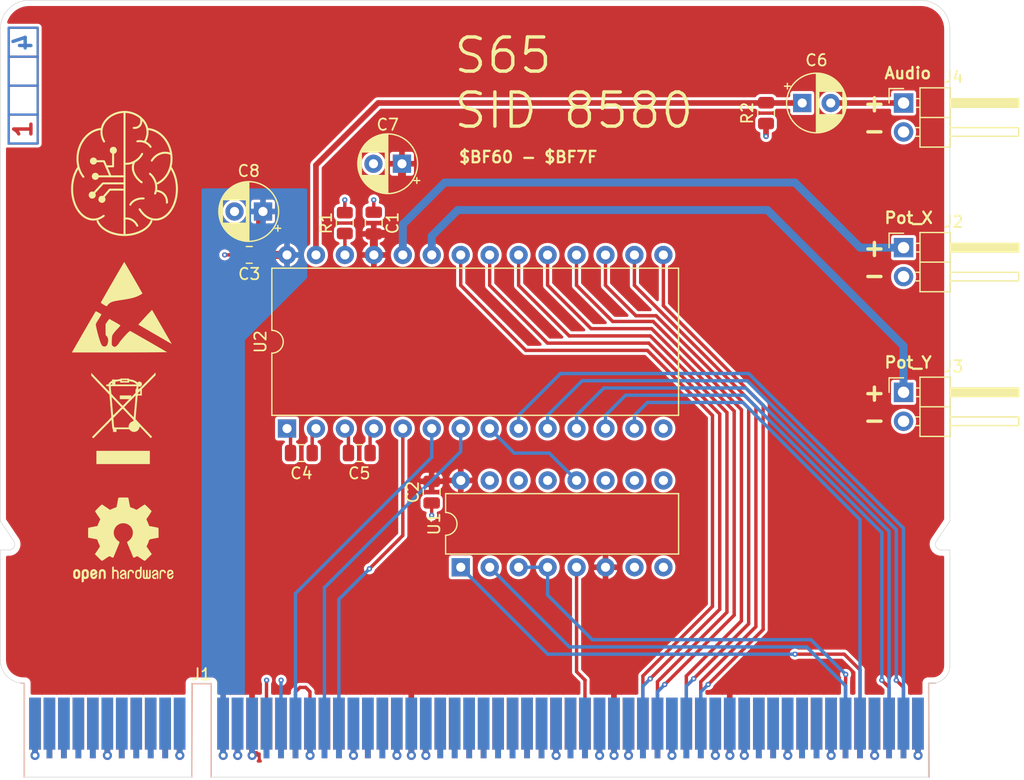
<source format=kicad_pcb>
(kicad_pcb (version 20240108) (generator "pcbnew") (generator_version "8.0")
  (layers (0 "F.Cu" signal) (1 "In1.Cu" power) (2 "In2.Cu" power) (31 "B.Cu" signal) (34 "B.Paste" user) (35 "F.Paste" user) (36 "B.SilkS" user "B.Silkscreen") (37 "F.SilkS" user "F.Silkscreen") (38 "B.Mask" user) (39 "F.Mask" user) (44 "Edge.Cuts" user))
  (net 0 "")
  (net 1 "GND")
  (net 2 "+5V")
  (net 3 "+9V")
  (net 4 "Net-(U2-CAP1A)")
  (net 5 "Net-(U2-CAP1B)")
  (net 6 "Net-(U2-CAP2B)")
  (net 7 "Net-(U2-CAP2A)")
  (net 8 "Net-(J4-Pin_1)")
  (net 9 "Net-(U2-AUDIO_OUT)")
  (net 12 "/D2")
  (net 17 "/D3")
  (net 19 "/A0")
  (net 21 "/A3")
  (net 30 "/A6")
  (net 34 "/A2")
  (net 35 "/D0")
  (net 37 "/A5")
  (net 38 "/CLK")
  (net 45 "/A7")
  (net 52 "/D7")
  (net 53 "/A4")
  (net 55 "/R{slash}~{W}")
  (net 57 "/D4")
  (net 59 "/D6")
  (net 61 "/A1")
  (net 63 "/D1")
  (net 64 "/~{RES}")
  (net 65 "/~{IO}")
  (net 69 "/D5")
  (net 85 "/PORT_96")
  (net 133 "Net-(J2-Pin_1)")
  (net 134 "Net-(J3-Pin_1)")
  (net 135 "Net-(U2-EXT_IN)")
  (footprint "Resistor_SMD:R_0805_2012Metric" (layer "F.Cu") (at 142.367 65.659 90)
    (property "Reference" "R1")
    (property "Value" "1k")
  )
  (footprint "Symbol:ESD-Logo_8.9x8mm_SilkScreen" (layer "F.Cu") (at 122.809 73.025)
    (property "Reference" "REF**" (hide yes))
    (property "Value" "ESD-Logo_8.9x8mm_SilkScreen" (hide yes))
  )
  (footprint "Capacitor_SMD:C_0805_2012Metric" (layer "F.Cu") (at 138.557 85.852)
    (property "Reference" "C4")
    (property "Value" "22n")
  )
  (footprint "Symbol:OSHW-Logo2_9.8x8mm_SilkScreen" (layer "F.Cu") (at 122.936 93.472)
    (property "Reference" "REF**" (hide yes))
    (property "Value" "OSHW-Logo2_9.8x8mm_SilkScreen" (hide yes))
  )
  (footprint "Package_DIP:DIP-28_W15.24mm" (layer "F.Cu") (at 137.297 83.698 90)
    (property "Reference" "U2")
    (property "Value" "8580")
  )
  (footprint "Capacitor_THT:CP_Radial_D5.0mm_P2.50mm" (layer "F.Cu") (at 147.382113 60.452 180)
    (property "Reference" "C7")
    (property "Value" "10µ")
  )
  (footprint "Eigene:logo" (layer "F.Cu") (at 123.063 61.341)
    (property "Reference" "G***" (hide yes))
    (property "Value" "LOGO" (hide yes))
  )
  (footprint "Capacitor_SMD:C_0805_2012Metric" (layer "F.Cu") (at 133.985 68.453 180)
    (property "Reference" "C3")
    (property "Value" "100n")
  )
  (footprint "Capacitor_THT:CP_Radial_D5.0mm_P2.50mm" (layer "F.Cu") (at 182.499 55.118)
    (property "Reference" "C6")
    (property "Value" "10µ")
  )
  (footprint "Capacitor_SMD:C_0805_2012Metric" (layer "F.Cu") (at 149.987 89.281 -90)
    (property "Reference" "C2")
    (property "Value" "100n")
  )
  (footprint "Package_DIP:DIP-16_W7.62mm" (layer "F.Cu") (at 152.542 95.875 90)
    (property "Reference" "U1")
    (property "Value" "74HC138")
  )
  (footprint "Connector_PinHeader_2.54mm:PinHeader_1x02_P2.54mm_Horizontal" (layer "F.Cu") (at 191.389 55.118)
    (property "Reference" "J4")
    (property "Value" "POT_X")
  )
  (footprint "Capacitor_SMD:C_0805_2012Metric" (layer "F.Cu") (at 144.907 65.659 90)
    (property "Reference" "C1")
    (property "Value" "100n")
  )
  (footprint "Connector_PinHeader_2.54mm:PinHeader_1x02_P2.54mm_Horizontal" (layer "F.Cu") (at 191.389 67.818)
    (property "Reference" "J2")
    (property "Value" "POT_X")
  )
  (footprint "Connector_PinHeader_2.54mm:PinHeader_1x02_P2.54mm_Horizontal" (layer "F.Cu") (at 191.389 80.518)
    (property "Reference" "J3")
    (property "Value" "POT_Y")
  )
  (footprint "Eigene:ladder_4" (layer "F.Cu") (at 114.1476 53.594 90)
    (property "Reference" "Ref**" (hide yes))
    (property "Value" "Val**" (hide yes))
  )
  (footprint "Symbol:WEEE-Logo_5.6x8mm_SilkScreen" (layer "F.Cu") (at 122.936 82.804)
    (property "Reference" "REF**" (hide yes))
    (property "Value" "WEEE-Logo_5.6x8mm_SilkScreen" (hide yes))
  )
  (footprint "Resistor_SMD:R_0805_2012Metric" (layer "F.Cu") (at 179.324 56.007 90)
    (property "Reference" "R2")
    (property "Value" "1k")
  )
  (footprint "Capacitor_THT:CP_Radial_D5.0mm_P2.50mm" (layer "F.Cu") (at 135.190113 64.643 180)
    (property "Reference" "C8")
    (property "Value" "10µ")
  )
  (footprint "Capacitor_SMD:C_0805_2012Metric" (layer "F.Cu") (at 143.637 85.852)
    (property "Reference" "C5")
    (property "Value" "22n")
  )
  (footprint "Connector_PCBEdge:BUS_PCI" (layer "B.Cu") (at 153.919 110.931 180)
    (property "Reference" "J1")
    (property "Value" "Bus_PCI_6502")
  )
  (gr_line (start 130.683 106.045) (end 130.683 114.3) (stroke (width 0.05)) (layer "Edge.Cuts"))
  (gr_line (start 112.903 94.361) (end 112.141 94.361) (stroke (width 0.05)) (layer "Edge.Cuts"))
  (gr_arc (start 195.453 104.521) (mid 195.006631 105.598631) (end 193.929 106.045) (stroke (width 0.05)) (layer "Edge.Cuts"))
  (gr_arc (start 194.691 94.361) (mid 194.258869 94.120071) (end 194.236631 93.625815) (stroke (width 0.05)) (layer "Edge.Cuts"))
  (gr_line (start 112.141 104.013) (end 112.141 94.361) (stroke (width 0.05)) (layer "Edge.Cuts"))
  (gr_line (start 114.173 106.045) (end 114.3 106.045) (stroke (width 0.05)) (layer "Edge.Cuts"))
  (gr_line (start 128.905 106.045) (end 130.683 106.045) (stroke (width 0.05)) (layer "Edge.Cuts"))
  (gr_line (start 114.3 106.045) (end 114.3 114.3) (stroke (width 0.05)) (layer "Edge.Cuts"))
  (gr_line (start 128.905 114.3) (end 128.905 106.045) (stroke (width 0.05)) (layer "Edge.Cuts"))
  (gr_arc (start 112.141 48.641) (mid 112.884949 46.844949) (end 114.681 46.101) (stroke (width 0.05)) (layer "Edge.Cuts"))
  (gr_line (start 195.453 91.821) (end 195.453 48.641) (stroke (width 0.05)) (layer "Edge.Cuts"))
  (gr_line (start 114.681 46.101) (end 192.913 46.101) (stroke (width 0.05)) (layer "Edge.Cuts"))
  (gr_line (start 195.453 94.361) (end 195.453 104.521) (stroke (width 0.05)) (layer "Edge.Cuts"))
  (gr_line (start 112.141 91.821) (end 113.357369 93.625815) (stroke (width 0.05)) (layer "Edge.Cuts"))
  (gr_arc (start 114.173 106.045) (mid 112.736159 105.449841) (end 112.141 104.013) (stroke (width 0.05)) (layer "Edge.Cuts"))
  (gr_line (start 194.236631 93.625815) (end 195.453 91.821) (stroke (width 0.05)) (layer "Edge.Cuts"))
  (gr_line (start 112.141 91.821) (end 112.141 48.641) (stroke (width 0.05)) (layer "Edge.Cuts"))
  (gr_line (start 193.548 106.045) (end 193.929 106.045) (stroke (width 0.05)) (layer "Edge.Cuts"))
  (gr_arc (start 192.913 46.101) (mid 194.709051 46.844949) (end 195.453 48.641) (stroke (width 0.05)) (layer "Edge.Cuts"))
  (gr_line (start 114.3 114.3) (end 128.905 114.3) (stroke (width 0.05)) (layer "Edge.Cuts"))
  (gr_line (start 130.683 114.3) (end 193.548 114.3) (stroke (width 0.05)) (layer "Edge.Cuts"))
  (gr_line (start 193.548 114.3) (end 193.548 106.045) (stroke (width 0.05)) (layer "Edge.Cuts"))
  (gr_arc (start 113.357369 93.625815) (mid 113.335131 94.120071) (end 112.903 94.361) (stroke (width 0.05)) (layer "Edge.Cuts"))
  (gr_line (start 195.453 94.361) (end 194.691 94.361) (stroke (width 0.05)) (layer "Edge.Cuts"))
  (gr_text "Pot_X" (at 189.611 65.786 0) (layer "F.SilkS") (effects (font (size 1 1) (thickness 0.2) (bold yes)) (justify left bottom)))
  (gr_text "Pot_Y" (at 189.611 78.486 0) (layer "F.SilkS") (effects (font (size 1 1) (thickness 0.2) (bold yes)) (justify left bottom)))
  (gr_text "+\n-" (at 187.706 58.42 0) (layer "F.SilkS") (effects (font (size 1.5 1.5) (thickness 0.3) (bold yes)) (justify left bottom)))
  (gr_text "+\n-" (at 187.706 71.12 0) (layer "F.SilkS") (effects (font (size 1.5 1.5) (thickness 0.3) (bold yes)) (justify left bottom)))
  (gr_text "$BF60 - $BF7F" (at 152.273 60.452 0) (layer "F.SilkS") (effects (font (size 1 1) (thickness 0.2) (bold yes)) (justify left bottom)))
  (gr_text "S65\nSID 8580" (at 151.765 57.531 0) (layer "F.SilkS") (effects (font (size 3 3) (thickness 0.3) (bold yes)) (justify left bottom)))
  (gr_text "Audio" (at 189.611 53.086 0) (layer "F.SilkS") (effects (font (size 1 1) (thickness 0.2) (bold yes)) (justify left bottom)))
  (gr_text "+\n-" (at 187.706 83.82 0) (layer "F.SilkS") (effects (font (size 1.5 1.5) (thickness 0.3) (bold yes)) (justify left bottom)))
  (segment (start 135.499 109.601) (end 135.499 105.801) (width 0.3) (layer "F.Cu") (net 1))
  (segment (start 142.367 64.7465) (end 142.367 63.627) (width 0.3) (layer "F.Cu") (net 1))
  (segment (start 139.309 106.797) (end 139.309 109.601) (width 0.3) (layer "F.Cu") (net 1))
  (segment (start 144.907 64.709) (end 144.907 63.627) (width 0.3) (layer "F.Cu") (net 1))
  (segment (start 135.499 105.801) (end 135.509 105.791) (width 0.3) (layer "F.Cu") (net 1))
  (segment (start 138.43 106.426) (end 138.938 106.426) (width 0.3) (layer "F.Cu") (net 1))
  (segment (start 179.324 56.9195) (end 179.324 58.039) (width 0.5) (layer "F.Cu") (net 1))
  (segment (start 133.035 68.453) (end 131.826 68.453) (width 0.3) (layer "F.Cu") (net 1))
  (segment (start 138.039 109.601) (end 138.039 106.817) (width 0.3) (layer "F.Cu") (net 1))
  (segment (start 138.938 106.426) (end 139.309 106.797) (width 0.3) (layer "F.Cu") (net 1))
  (segment (start 149.987 90.231) (end 149.987 91.313) (width 0.3) (layer "F.Cu") (net 1))
  (segment (start 138.039 106.817) (end 138.43 106.426) (width 0.3) (layer "F.Cu") (net 1))
  (via (at 131.826 68.453) (size 0.46) (drill 0.2) (layers "F.Cu" "B.Cu") (net 1))
  (via (at 160.909 112.395) (size 0.8) (drill 0.4) (layers "F.Cu" "B.Cu") (net 1))
  (via (at 164.719 112.395) (size 0.8) (drill 0.4) (layers "F.Cu" "B.Cu") (net 1))
  (via (at 121.539 112.395) (size 0.8) (drill 0.4) (layers "F.Cu" "B.Cu") (net 1))
  (via (at 171.069 112.395) (size 0.8) (drill 0.4) (layers "F.Cu" "B.Cu") (net 1))
  (via (at 143.129 112.395) (size 0.8) (drill 0.4) (layers "F.Cu" "B.Cu") (net 1))
  (via (at 177.419 112.395) (size 0.8) (drill 0.4) (layers "F.Cu" "B.Cu") (net 1))
  (via (at 167.259 112.395) (size 0.8) (drill 0.4) (layers "F.Cu" "B.Cu") (net 1))
  (via (at 179.324 58.039) (size 0.46) (drill 0.2) (layers "F.Cu" "B.Cu") (net 1))
  (via (at 174.879 112.395) (size 0.8) (drill 0.4) (layers "F.Cu" "B.Cu") (net 1))
  (via (at 139.319 112.395) (size 0.8) (drill 0.4) (layers "F.Cu" "B.Cu") (net 1))
  (via (at 181.229 112.395) (size 0.8) (drill 0.4) (layers "F.Cu" "B.Cu") (net 1))
  (via (at 142.367 63.627) (size 0.46) (drill 0.2) (layers "F.Cu" "B.Cu") (net 1))
  (via (at 188.849 112.395) (size 0.8) (drill 0.4) (layers "F.Cu" "B.Cu") (net 1))
  (via (at 149.479 112.395) (size 0.8) (drill 0.4) (layers "F.Cu" "B.Cu") (net 1))
  (via (at 127.889 112.395) (size 0.8) (drill 0.4) (layers "F.Cu" "B.Cu") (net 1))
  (via (at 185.039 112.395) (size 0.8) (drill 0.4) (layers "F.Cu" "B.Cu") (net 1))
  (via (at 192.659 112.395) (size 0.8) (drill 0.4) (layers "F.Cu" "B.Cu") (net 1))
  (via (at 144.907 63.627) (size 0.46) (drill 0.2) (layers "F.Cu" "B.Cu") (net 1))
  (via (at 135.509 105.791) (size 0.46) (drill 0.2) (layers "F.Cu" "B.Cu") (net 1))
  (via (at 146.939 112.395) (size 0.8) (drill 0.4) (layers "F.Cu" "B.Cu") (net 1))
  (via (at 136.779 105.791) (size 0.46) (drill 0.2) (layers "F.Cu" "B.Cu") (net 1))
  (via (at 115.189 112.395) (size 0.8) (drill 0.4) (layers "F.Cu" "B.Cu") (net 1))
  (via (at 132.969 112.395) (size 0.8) (drill 0.4) (layers "F.Cu" "B.Cu") (net 1))
  (via (at 149.987 91.313) (size 0.46) (drill 0.2) (layers "F.Cu" "B.Cu") (net 1))
  (segment (start 136.769 105.801) (end 136.779 105.791) (width 0.3) (layer "B.Cu") (net 1))
  (segment (start 136.769 109.601) (end 136.769 105.801) (width 0.3) (layer "B.Cu") (net 1))
  (segment (start 146.116 66.609) (end 144.907 66.609) (width 0.7) (layer "F.Cu") (net 2))
  (segment (start 149.987 88.331) (end 152.466 88.331) (width 0.3) (layer "F.Cu") (net 2))
  (segment (start 144.917 68.458) (end 144.917 66.619) (width 0.7) (layer "F.Cu") (net 2))
  (segment (start 147.382113 65.342887) (end 146.116 66.609) (width 0.7) (layer "F.Cu") (net 2))
  (segment (start 147.382113 60.452) (end 147.382113 65.342887) (width 0.7) (layer "F.Cu") (net 2))
  (segment (start 152.466 88.331) (end 152.542 88.255) (width 0.3) (layer "F.Cu") (net 2))
  (segment (start 144.917 66.619) (end 144.907 66.609) (width 0.3) (layer "F.Cu") (net 2))
  (via (at 165.989 112.395) (size 0.8) (drill 0.4) (layers "F.Cu" "B.Cu") (net 2))
  (via (at 148.209 112.395) (size 0.8) (drill 0.4) (layers "F.Cu" "B.Cu") (net 2))
  (via (at 134.239 112.395) (size 0.8) (drill 0.4) (layers "F.Cu" "B.Cu") (net 2))
  (via (at 176.149 112.395) (size 0.8) (drill 0.4) (layers "F.Cu" "B.Cu") (net 2))
  (segment (start 134.935 64.898113) (end 135.190113 64.643) (width 0.7) (layer "F.Cu") (net 3))
  (segment (start 134.935 68.453) (end 134.94 68.458) (width 0.7) (layer "F.Cu") (net 3))
  (segment (start 134.935 68.453) (end 134.935 64.898113) (width 0.7) (layer "F.Cu") (net 3))
  (segment (start 137.297 68.458) (end 134.94 68.458) (width 0.7) (layer "F.Cu") (net 3))
  (via (at 131.699 112.395) (size 0.8) (drill 0.4) (layers "F.Cu" "B.Cu") (net 3))
  (segment (start 137.607 84.008) (end 137.297 83.698) (width 0.3) (layer "F.Cu") (net 4))
  (segment (start 137.607 85.852) (end 137.607 84.008) (width 0.3) (layer "F.Cu") (net 4))
  (segment (start 139.507 84.028) (end 139.837 83.698) (width 0.3) (layer "F.Cu") (net 5))
  (segment (start 139.507 85.852) (end 139.507 84.028) (width 0.3) (layer "F.Cu") (net 5))
  (segment (start 144.587 84.028) (end 144.917 83.698) (width 0.3) (layer "F.Cu") (net 6))
  (segment (start 144.587 85.852) (end 144.587 84.028) (width 0.3) (layer "F.Cu") (net 6))
  (segment (start 142.687 84.008) (end 142.377 83.698) (width 0.3) (layer "F.Cu") (net 7))
  (segment (start 142.687 85.852) (end 142.687 84.008) (width 0.3) (layer "F.Cu") (net 7))
  (segment (start 191.389 55.118) (end 184.999 55.118) (width 0.5) (layer "F.Cu") (net 8))
  (segment (start 139.837 68.458) (end 139.837 60.569) (width 0.5) (layer "F.Cu") (net 9))
  (segment (start 145.288 55.118) (end 182.499 55.118) (width 0.5) (layer "F.Cu") (net 9))
  (segment (start 139.837 60.569) (end 145.288 55.118) (width 0.5) (layer "F.Cu") (net 9))
  (segment (start 177.8 81.915) (end 169.68 73.795) (width 0.3) (layer "F.Cu") (net 12))
  (segment (start 172.974 105.664) (end 177.8 100.838) (width 0.3) (layer "F.Cu") (net 12))
  (segment (start 167.902 73.795) (end 165.237 71.13) (width 0.3) (layer "F.Cu") (net 12))
  (segment (start 177.8 100.838) (end 177.8 81.915) (width 0.3) (layer "F.Cu") (net 12))
  (segment (start 169.68 73.795) (end 167.902 73.795) (width 0.3) (layer "F.Cu") (net 12))
  (segment (start 165.237 71.13) (end 165.237 68.458) (width 0.3) (layer "F.Cu") (net 12))
  (via (at 172.974 105.664) (size 0.46) (drill 0.2) (layers "F.Cu" "B.Cu") (net 12))
  (segment (start 172.329 106.309) (end 172.974 105.664) (width 0.3) (layer "B.Cu") (net 12))
  (segment (start 172.329 109.601) (end 172.329 106.309) (width 0.3) (layer "B.Cu") (net 12))
  (segment (start 172.329 109.601) (end 172.329 105.42) (width 0.3) (layer "F.Cu") (net 17))
  (segment (start 172.329 105.42) (end 177.165 100.584) (width 0.3) (layer "F.Cu") (net 17))
  (segment (start 177.165 82.042) (end 169.418 74.295) (width 0.3) (layer "F.Cu") (net 17))
  (segment (start 165.862 74.295) (end 162.697 71.13) (width 0.3) (layer "F.Cu") (net 17))
  (segment (start 177.165 100.584) (end 177.165 82.042) (width 0.3) (layer "F.Cu") (net 17))
  (segment (start 162.697 71.13) (end 162.697 68.458) (width 0.3) (layer "F.Cu") (net 17))
  (segment (start 169.418 74.295) (end 165.862 74.295) (width 0.3) (layer "F.Cu") (net 17))
  (segment (start 157.617 83.698) (end 157.617 82.54) (width 0.3) (layer "B.Cu") (net 19))
  (segment (start 191.379 92.446) (end 191.379 109.601) (width 0.3) (layer "B.Cu") (net 19))
  (segment (start 161.29 78.867) (end 177.8 78.867) (width 0.3) (layer "B.Cu") (net 19))
  (segment (start 177.8 78.867) (end 191.379 92.446) (width 0.3) (layer "B.Cu") (net 19))
  (segment (start 157.617 82.54) (end 161.29 78.867) (width 0.3) (layer "B.Cu") (net 19))
  (segment (start 190.119 109.601) (end 190.119 106.426) (width 0.3) (layer "F.Cu") (net 21))
  (segment (start 190.119 106.426) (end 189.484 105.791) (width 0.3) (layer "F.Cu") (net 21))
  (via (at 189.484 105.791) (size 0.46) (drill 0.2) (layers "F.Cu" "B.Cu") (net 21))
  (segment (start 165.237 82.54) (end 165.237 83.698) (width 0.3) (layer "B.Cu") (net 21))
  (segment (start 189.484 92.837) (end 177.419 80.772) (width 0.3) (layer "B.Cu") (net 21))
  (segment (start 177.419 80.772) (end 167.005 80.772) (width 0.3) (layer "B.Cu") (net 21))
  (segment (start 167.005 80.772) (end 165.237 82.54) (width 0.3) (layer "B.Cu") (net 21))
  (segment (start 189.484 105.791) (end 189.484 92.837) (width 0.3) (layer "B.Cu") (net 21))
  (segment (start 155.082 95.875) (end 162.077 102.87) (width 0.3) (layer "B.Cu") (net 30))
  (segment (start 162.077 102.87) (end 182.88 102.87) (width 0.3) (layer "B.Cu") (net 30))
  (segment (start 182.88 102.87) (end 186.299 106.289) (width 0.3) (layer "B.Cu") (net 30))
  (segment (start 186.299 106.289) (end 186.299 109.601) (width 0.3) (layer "B.Cu") (net 30))
  (segment (start 190.119 109.601) (end 190.119 92.71) (width 0.3) (layer "B.Cu") (net 34))
  (segment (start 177.546 80.137) (end 165.1 80.137) (width 0.3) (layer "B.Cu") (net 34))
  (segment (start 165.1 80.137) (end 162.697 82.54) (width 0.3) (layer "B.Cu") (net 34))
  (segment (start 190.119 92.71) (end 177.546 80.137) (width 0.3) (layer "B.Cu") (net 34))
  (segment (start 162.697 82.54) (end 162.697 83.698) (width 0.3) (layer "B.Cu") (net 34))
  (segment (start 179.07 101.346) (end 179.07 81.661) (width 0.3) (layer "F.Cu") (net 35))
  (segment (start 179.07 81.661) (end 170.317 72.908) (width 0.3) (layer "F.Cu") (net 35))
  (segment (start 174.244 106.172) (end 179.07 101.346) (width 0.3) (layer "F.Cu") (net 35))
  (segment (start 170.317 72.908) (end 170.317 68.458) (width 0.3) (layer "F.Cu") (net 35))
  (via (at 174.244 106.172) (size 0.46) (drill 0.2) (layers "F.Cu" "B.Cu") (net 35))
  (segment (start 173.599 106.817) (end 174.244 106.172) (width 0.3) (layer "B.Cu") (net 35))
  (segment (start 173.599 109.601) (end 173.599 106.817) (width 0.3) (layer "B.Cu") (net 35))
  (segment (start 187.579 104.902) (end 187.569 104.912) (width 0.3) (layer "F.Cu") (net 37))
  (segment (start 187.569 104.912) (end 187.569 109.601) (width 0.3) (layer "F.Cu") (net 37))
  (segment (start 181.864 103.505) (end 186.182 103.505) (width 0.3) (layer "F.Cu") (net 37))
  (segment (start 186.182 103.505) (end 187.579 104.902) (width 0.3) (layer "F.Cu") (net 37))
  (via (at 181.864 103.505) (size 0.46) (drill 0.2) (layers "F.Cu" "B.Cu") (net 37))
  (segment (start 152.542 95.875) (end 160.172 103.505) (width 0.3) (layer "B.Cu") (net 37))
  (segment (start 160.172 103.505) (end 164.211 103.505) (width 0.3) (layer "B.Cu") (net 37))
  (segment (start 164.211 103.505) (end 181.864 103.505) (width 0.3) (layer "B.Cu") (net 37))
  (segment (start 149.997 86.223) (end 149.997 83.698) (width 0.3) (layer "B.Cu") (net 38))
  (segment (start 138.039 109.601) (end 138.039 98.181) (width 0.3) (layer "B.Cu") (net 38))
  (segment (start 138.039 98.181) (end 149.997 86.223) (width 0.3) (layer "B.Cu") (net 38))
  (segment (start 186.309 105.771) (end 186.299 105.781) (width 0.3) (layer "F.Cu") (net 45))
  (segment (start 186.299 105.781) (end 186.299 109.601) (width 0.3) (layer "F.Cu") (net 45))
  (segment (start 186.309 105.283) (end 186.309 105.771) (width 0.3) (layer "F.Cu") (net 45))
  (via (at 186.309 105.283) (size 0.46) (drill 0.2) (layers "F.Cu" "B.Cu") (net 45))
  (segment (start 164.084 102.235) (end 160.162 98.313) (width 0.3) (layer "B.Cu") (net 45))
  (segment (start 160.162 98.313) (end 160.162 95.875) (width 0.3) (layer "B.Cu") (net 45))
  (segment (start 183.261 102.235) (end 164.084 102.235) (width 0.3) (layer "B.Cu") (net 45))
  (segment (start 157.622 95.875) (end 160.162 95.875) (width 0.3) (layer "B.Cu") (net 45))
  (segment (start 186.309 105.283) (end 183.261 102.235) (width 0.3) (layer "B.Cu") (net 45))
  (segment (start 158.242 76.835) (end 152.537 71.13) (width 0.3) (layer "F.Cu") (net 52))
  (segment (start 168.519 105.42) (end 174.625 99.314) (width 0.3) (layer "F.Cu") (net 52))
  (segment (start 168.519 109.601) (end 168.519 105.42) (width 0.3) (layer "F.Cu") (net 52))
  (segment (start 174.625 82.55) (end 168.91 76.835) (width 0.3) (layer "F.Cu") (net 52))
  (segment (start 168.91 76.835) (end 158.242 76.835) (width 0.3) (layer "F.Cu") (net 52))
  (segment (start 152.537 71.13) (end 152.537 68.458) (width 0.3) (layer "F.Cu") (net 52))
  (segment (start 174.625 99.314) (end 174.625 82.55) (width 0.3) (layer "F.Cu") (net 52))
  (segment (start 167.777 82.55) (end 167.777 83.698) (width 0.3) (layer "B.Cu") (net 53))
  (segment (start 187.569 91.684) (end 177.292 81.407) (width 0.3) (layer "B.Cu") (net 53))
  (segment (start 168.92 81.407) (end 167.777 82.55) (width 0.3) (layer "B.Cu") (net 53))
  (segment (start 177.292 81.407) (end 168.92 81.407) (width 0.3) (layer "B.Cu") (net 53))
  (segment (start 187.569 109.601) (end 187.569 91.684) (width 0.3) (layer "B.Cu") (net 53))
  (segment (start 140.579 97.673) (end 152.527 85.725) (width 0.3) (layer "B.Cu") (net 55))
  (segment (start 152.527 85.471) (end 152.537 85.461) (width 0.3) (layer "B.Cu") (net 55))
  (segment (start 140.579 109.601) (end 140.579 97.673) (width 0.3) (layer "B.Cu") (net 55))
  (segment (start 152.537 85.461) (end 152.537 83.698) (width 0.3) (layer "B.Cu") (net 55))
  (segment (start 152.527 85.725) (end 152.527 85.471) (width 0.3) (layer "B.Cu") (net 55))
  (segment (start 176.53 100.076) (end 176.53 82.169) (width 0.3) (layer "F.Cu") (net 57))
  (segment (start 160.157 71.11) (end 160.157 68.458) (width 0.3) (layer "F.Cu") (net 57))
  (segment (start 170.434 106.172) (end 176.53 100.076) (width 0.3) (layer "F.Cu") (net 57))
  (segment (start 163.977 74.93) (end 160.157 71.11) (width 0.3) (layer "F.Cu") (net 57))
  (segment (start 176.53 82.169) (end 169.291 74.93) (width 0.3) (layer "F.Cu") (net 57))
  (segment (start 169.291 74.93) (end 163.977 74.93) (width 0.3) (layer "F.Cu") (net 57))
  (via (at 170.434 106.172) (size 0.46) (drill 0.2) (layers "F.Cu" "B.Cu") (net 57))
  (segment (start 169.799 109.601) (end 169.799 106.807) (width 0.3) (layer "B.Cu") (net 57))
  (segment (start 169.799 106.807) (end 170.434 106.172) (width 0.3) (layer "B.Cu") (net 57))
  (segment (start 175.26 99.568) (end 175.26 82.423) (width 0.3) (layer "F.Cu") (net 59))
  (segment (start 175.26 82.423) (end 169.037 76.2) (width 0.3) (layer "F.Cu") (net 59))
  (segment (start 169.037 76.2) (end 160.147 76.2) (width 0.3) (layer "F.Cu") (net 59))
  (segment (start 160.147 76.2) (end 155.077 71.13) (width 0.3) (layer "F.Cu") (net 59))
  (segment (start 169.164 105.664) (end 175.26 99.568) (width 0.3) (layer "F.Cu") (net 59))
  (segment (start 155.077 71.13) (end 155.077 68.458) (width 0.3) (layer "F.Cu") (net 59))
  (via (at 169.164 105.664) (size 0.46) (drill 0.2) (layers "F.Cu" "B.Cu") (net 59))
  (segment (start 168.519 109.601) (end 168.519 106.309) (width 0.3) (layer "B.Cu") (net 59))
  (segment (start 168.519 106.309) (end 169.164 105.664) (width 0.3) (layer "B.Cu") (net 59))
  (segment (start 191.379 109.601) (end 191.379 106.416) (width 0.3) (layer "F.Cu") (net 61))
  (segment (start 191.379 106.416) (end 190.754 105.791) (width 0.3) (layer "F.Cu") (net 61))
  (via (at 190.754 105.791) (size 0.46) (drill 0.2) (layers "F.Cu" "B.Cu") (net 61))
  (segment (start 190.754 105.791) (end 190.754 92.583) (width 0.3) (layer "B.Cu") (net 61))
  (segment (start 160.157 82.54) (end 160.157 83.698) (width 0.3) (layer "B.Cu") (net 61))
  (segment (start 190.754 92.583) (end 177.673 79.502) (width 0.3) (layer "B.Cu") (net 61))
  (segment (start 177.673 79.502) (end 163.195 79.502) (width 0.3) (layer "B.Cu") (net 61))
  (segment (start 163.195 79.502) (end 160.157 82.54) (width 0.3) (layer "B.Cu") (net 61))
  (segment (start 173.599 109.601) (end 173.599 105.928) (width 0.3) (layer "F.Cu") (net 63))
  (segment (start 178.435 101.092) (end 178.435 81.788) (width 0.3) (layer "F.Cu") (net 63))
  (segment (start 167.777 71.13) (end 167.777 68.458) (width 0.3) (layer "F.Cu") (net 63))
  (segment (start 178.435 81.788) (end 167.777 71.13) (width 0.3) (layer "F.Cu") (net 63))
  (segment (start 173.599 105.928) (end 178.435 101.092) (width 0.3) (layer "F.Cu") (net 63))
  (segment (start 144.526 96.012) (end 147.457 93.081) (width 0.3) (layer "F.Cu") (net 64))
  (segment (start 147.457 93.081) (end 147.457 83.698) (width 0.3) (layer "F.Cu") (net 64))
  (via (at 144.526 96.012) (size 0.46) (drill 0.2) (layers "F.Cu" "B.Cu") (net 64))
  (segment (start 144.526 96.012) (end 141.849 98.689) (width 0.3) (layer "B.Cu") (net 64))
  (segment (start 141.849 98.689) (end 141.849 109.601) (width 0.3) (layer "B.Cu") (net 64))
  (segment (start 163.439 105.801) (end 163.439 109.601) (width 0.3) (layer "F.Cu") (net 65))
  (segment (start 162.702 105.044) (end 163.449 105.791) (width 0.3) (layer "F.Cu") (net 65))
  (segment (start 162.702 95.875) (end 162.702 105.044) (width 0.3) (layer "F.Cu") (net 65))
  (segment (start 163.449 105.791) (end 163.439 105.801) (width 0.3) (layer "F.Cu") (net 65))
  (segment (start 169.164 75.565) (end 162.052 75.565) (width 0.3) (layer "F.Cu") (net 69))
  (segment (start 157.617 71.13) (end 157.617 68.458) (width 0.3) (layer "F.Cu") (net 69))
  (segment (start 162.052 75.565) (end 157.617 71.13) (width 0.3) (layer "F.Cu") (net 69))
  (segment (start 169.799 105.918) (end 175.895 99.822) (width 0.3) (layer "F.Cu") (net 69))
  (segment (start 169.799 109.601) (end 169.799 105.918) (width 0.3) (layer "F.Cu") (net 69))
  (segment (start 175.895 99.822) (end 175.895 82.296) (width 0.3) (layer "F.Cu") (net 69))
  (segment (start 175.895 82.296) (end 169.164 75.565) (width 0.3) (layer "F.Cu") (net 69))
  (segment (start 155.077 83.698) (end 157.231 85.852) (width 0.3) (layer "B.Cu") (net 85))
  (segment (start 160.299 85.852) (end 162.702 88.255) (width 0.3) (layer "B.Cu") (net 85))
  (segment (start 157.231 85.852) (end 160.299 85.852) (width 0.3) (layer "B.Cu") (net 85))
  (segment (start 147.457 65.776) (end 151.13 62.103) (width 0.7) (layer "B.Cu") (net 133))
  (segment (start 151.13 62.103) (end 181.864 62.103) (width 0.7) (layer "B.Cu") (net 133))
  (segment (start 187.579 67.818) (end 191.389 67.818) (width 0.7) (layer "B.Cu") (net 133))
  (segment (start 147.457 68.458) (end 147.457 65.776) (width 0.7) (layer "B.Cu") (net 133))
  (segment (start 181.864 62.103) (end 187.579 67.818) (width 0.7) (layer "B.Cu") (net 133))
  (segment (start 149.997 68.458) (end 149.997 66.792) (width 0.7) (layer "B.Cu") (net 134))
  (segment (start 179.451 64.516) (end 191.389 76.454) (width 0.7) (layer "B.Cu") (net 134))
  (segment (start 149.997 66.792) (end 152.273 64.516) (width 0.7) (layer "B.Cu") (net 134))
  (segment (start 191.389 76.454) (end 191.389 80.518) (width 0.7) (layer "B.Cu") (net 134))
  (segment (start 152.273 64.516) (end 179.451 64.516) (width 0.7) (layer "B.Cu") (net 134))
  (segment (start 142.377 68.458) (end 142.377 66.5815) (width 0.3) (layer "F.Cu") (net 135))
  (segment (start 142.377 66.5815) (end 142.367 66.5715) (width 0.3) (layer "F.Cu") (net 135))
  (zone (net 2) (net_name "+5V") (layer "F.Cu") (connect_pads (clearance 0.25)) (min_thickness 0.25) (fill yes (thermal_gap 0.25) (thermal_bridge_width 0.5))
    (polygon (pts (xy 195.453 113.03) (xy 112.141 113.03) (xy 112.141 46.101) (xy 195.453 46.101)))
  )
  (zone (net 3) (net_name "+9V") (layer "B.Cu") (connect_pads (clearance 0.25)) (min_thickness 0.25) (fill yes (thermal_gap 0.25) (thermal_bridge_width 0.5))
    (polygon (pts (xy 139.065 70.485) (xy 133.604 75.946) (xy 133.604 113.03) (xy 129.794 113.03) (xy 129.794 62.611) (xy 139.065 62.611)))
  )
)
</source>
